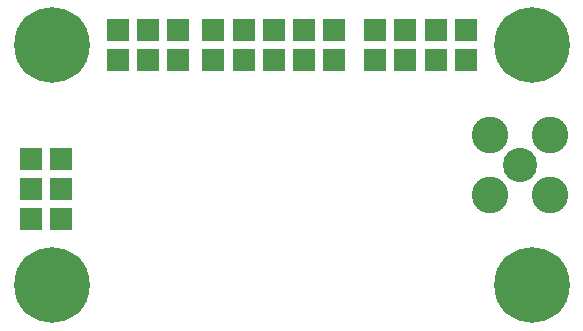
<source format=gbr>
G04 #@! TF.GenerationSoftware,KiCad,Pcbnew,(5.99.0-9154-g0d2ee266a1)*
G04 #@! TF.CreationDate,2021-03-25T14:29:23+01:00*
G04 #@! TF.ProjectId,ISM02B,49534d30-3242-42e6-9b69-6361645f7063,REV*
G04 #@! TF.SameCoordinates,Original*
G04 #@! TF.FileFunction,Soldermask,Top*
G04 #@! TF.FilePolarity,Negative*
%FSLAX46Y46*%
G04 Gerber Fmt 4.6, Leading zero omitted, Abs format (unit mm)*
G04 Created by KiCad (PCBNEW (5.99.0-9154-g0d2ee266a1)) date 2021-03-25 14:29:23*
%MOMM*%
%LPD*%
G01*
G04 APERTURE LIST*
G04 Aperture macros list*
%AMRoundRect*
0 Rectangle with rounded corners*
0 $1 Rounding radius*
0 $2 $3 $4 $5 $6 $7 $8 $9 X,Y pos of 4 corners*
0 Add a 4 corners polygon primitive as box body*
4,1,4,$2,$3,$4,$5,$6,$7,$8,$9,$2,$3,0*
0 Add four circle primitives for the rounded corners*
1,1,$1+$1,$2,$3*
1,1,$1+$1,$4,$5*
1,1,$1+$1,$6,$7*
1,1,$1+$1,$8,$9*
0 Add four rect primitives between the rounded corners*
20,1,$1+$1,$2,$3,$4,$5,0*
20,1,$1+$1,$4,$5,$6,$7,0*
20,1,$1+$1,$6,$7,$8,$9,0*
20,1,$1+$1,$8,$9,$2,$3,0*%
G04 Aperture macros list end*
%ADD10C,6.400000*%
%ADD11RoundRect,0.200000X-0.762000X-0.762000X0.762000X-0.762000X0.762000X0.762000X-0.762000X0.762000X0*%
%ADD12RoundRect,0.200000X0.762000X-0.762000X0.762000X0.762000X-0.762000X0.762000X-0.762000X-0.762000X0*%
%ADD13C,2.900000*%
%ADD14C,3.100000*%
G04 APERTURE END LIST*
D10*
G04 #@! TO.C,M2*
X139700000Y-104140000D03*
G04 #@! TD*
G04 #@! TO.C,M3*
X180340000Y-124460000D03*
G04 #@! TD*
D11*
G04 #@! TO.C,J2*
X137922000Y-118872000D03*
X140462000Y-118872000D03*
G04 #@! TD*
D12*
G04 #@! TO.C,J5*
X167102000Y-105410000D03*
X167102000Y-102870000D03*
G04 #@! TD*
G04 #@! TO.C,J4*
X172202000Y-105410000D03*
X172202000Y-102870000D03*
G04 #@! TD*
G04 #@! TO.C,J3*
X163596000Y-105410000D03*
X163596000Y-102870000D03*
G04 #@! TD*
D13*
G04 #@! TO.C,J12*
X179374800Y-114300000D03*
D14*
X181914800Y-111760000D03*
X176834800Y-111760000D03*
X176834800Y-116840000D03*
X181914800Y-116840000D03*
G04 #@! TD*
D12*
G04 #@! TO.C,J10*
X153396000Y-105410000D03*
X153396000Y-102870000D03*
G04 #@! TD*
G04 #@! TO.C,J7*
X174752000Y-105410000D03*
X174752000Y-102870000D03*
G04 #@! TD*
G04 #@! TO.C,J9*
X155946000Y-105410000D03*
X155946000Y-102870000D03*
G04 #@! TD*
G04 #@! TO.C,J8*
X158496000Y-105410000D03*
X158496000Y-102870000D03*
G04 #@! TD*
G04 #@! TO.C,J11*
X161046000Y-105410000D03*
X161046000Y-102870000D03*
G04 #@! TD*
G04 #@! TO.C,J6*
X169652000Y-105410000D03*
X169652000Y-102870000D03*
G04 #@! TD*
D10*
G04 #@! TO.C,M1*
X180340000Y-104140000D03*
G04 #@! TD*
D12*
G04 #@! TO.C,J1*
X145288000Y-105410000D03*
X145288000Y-102870000D03*
X147828000Y-105410000D03*
X147828000Y-102870000D03*
X150368000Y-105410000D03*
X150368000Y-102870000D03*
G04 #@! TD*
D10*
G04 #@! TO.C,M4*
X139700000Y-124460000D03*
G04 #@! TD*
D11*
G04 #@! TO.C,J15*
X137922000Y-113792000D03*
X140462000Y-113792000D03*
G04 #@! TD*
G04 #@! TO.C,J13*
X137922000Y-116332000D03*
X140462000Y-116332000D03*
G04 #@! TD*
M02*

</source>
